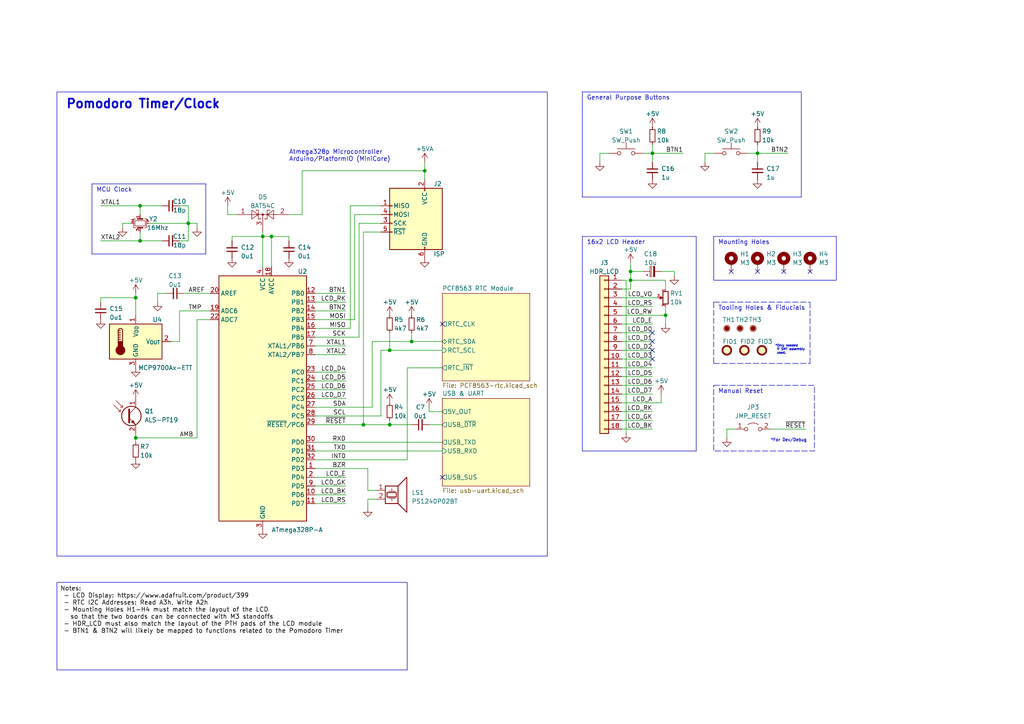
<source format=kicad_sch>
(kicad_sch (version 20230121) (generator eeschema)
  (paper "A4")
  (title_block (title "Pomodoro Timer/Clock - USB and UART") (date "2023-06-29") (rev "0") (company "Microcode.io"))
  (lib_symbols
    (symbol "Connector:AVR-ISP-6" (pin_names (offset 1.016))
      (property "Reference" "J" (at -6.35 11.43 0))
      (property "Value" "AVR-ISP-6" (at 0 11.43 0))
      (symbol "AVR-ISP-6_0_1"
        (rectangle (start -2.667 -6.858) (end -2.413 -7.62))
        (rectangle (start -2.667 10.16) (end -2.413 9.398))
        (rectangle (start 7.62 -2.413) (end 6.858 -2.667))
        (rectangle (start 7.62 0.127) (end 6.858 -0.127))
        (rectangle (start 7.62 2.667) (end 6.858 2.413))
        (rectangle (start 7.62 5.207) (end 6.858 4.953))
        (rectangle (start 7.62 10.16) (end -7.62 -7.62) (stroke (width 0.254)) (fill (type background)))
      )
      (symbol "AVR-ISP-6_1_1"
        (pin passive line (at 10.16 5.08 180) (length 2.54) (name "MISO") (number "1"))
        (pin passive line (at -2.54 12.7 270) (length 2.54) (name "VCC") (number "2"))
        (pin passive line (at 10.16 0 180) (length 2.54) (name "SCK") (number "3"))
        (pin passive line (at 10.16 2.54 180) (length 2.54) (name "MOSI") (number "4"))
        (pin passive line (at 10.16 -2.54 180) (length 2.54) (name "~{RST}") (number "5"))
        (pin passive line (at -2.54 -10.16 90) (length 2.54) (name "GND") (number "6"))
      )
    )
    (symbol "Connector_Generic:Conn_01x18" (pin_names (offset 1.016) hide)
      (property "Reference" "J" (at 0 22.86 0))
      (property "Value" "Conn_01x18" (at 0 -25.4 0))
      (symbol "Conn_01x18_1_1"
        (rectangle (start -1.27 -22.733) (end 0 -22.987) (stroke (width 0.1524)))
        (rectangle (start -1.27 -20.193) (end 0 -20.447) (stroke (width 0.1524)))
        (rectangle (start -1.27 -17.653) (end 0 -17.907) (stroke (width 0.1524)))
        (rectangle (start -1.27 -15.113) (end 0 -15.367) (stroke (width 0.1524)))
        (rectangle (start -1.27 -12.573) (end 0 -12.827) (stroke (width 0.1524)))
        (rectangle (start -1.27 -10.033) (end 0 -10.287) (stroke (width 0.1524)))
        (rectangle (start -1.27 -7.493) (end 0 -7.747) (stroke (width 0.1524)))
        (rectangle (start -1.27 -4.953) (end 0 -5.207) (stroke (width 0.1524)))
        (rectangle (start -1.27 -2.413) (end 0 -2.667) (stroke (width 0.1524)))
        (rectangle (start -1.27 0.127) (end 0 -0.127) (stroke (width 0.1524)))
        (rectangle (start -1.27 2.667) (end 0 2.413) (stroke (width 0.1524)))
        (rectangle (start -1.27 5.207) (end 0 4.953) (stroke (width 0.1524)))
        (rectangle (start -1.27 7.747) (end 0 7.493) (stroke (width 0.1524)))
        (rectangle (start -1.27 10.287) (end 0 10.033) (stroke (width 0.1524)))
        (rectangle (start -1.27 12.827) (end 0 12.573) (stroke (width 0.1524)))
        (rectangle (start -1.27 15.367) (end 0 15.113) (stroke (width 0.1524)))
        (rectangle (start -1.27 17.907) (end 0 17.653) (stroke (width 0.1524)))
        (rectangle (start -1.27 20.447) (end 0 20.193) (stroke (width 0.1524)))
        (rectangle (start -1.27 21.59) (end 1.27 -24.13) (stroke (width 0.254)) (fill (type background)))
        (pin passive line (at -5.08 20.32 0) (length 3.81) (name "Pin_1") (number "1"))
        (pin passive line (at -5.08 -2.54 0) (length 3.81) (name "Pin_10") (number "10"))
        (pin passive line (at -5.08 -5.08 0) (length 3.81) (name "Pin_11") (number "11"))
        (pin passive line (at -5.08 -7.62 0) (length 3.81) (name "Pin_12") (number "12"))
        (pin passive line (at -5.08 -10.16 0) (length 3.81) (name "Pin_13") (number "13"))
        (pin passive line (at -5.08 -12.7 0) (length 3.81) (name "Pin_14") (number "14"))
        (pin passive line (at -5.08 -15.24 0) (length 3.81) (name "Pin_15") (number "15"))
        (pin passive line (at -5.08 -17.78 0) (length 3.81) (name "Pin_16") (number "16"))
        (pin passive line (at -5.08 -20.32 0) (length 3.81) (name "Pin_17") (number "17"))
        (pin passive line (at -5.08 -22.86 0) (length 3.81) (name "Pin_18") (number "18"))
        (pin passive line (at -5.08 17.78 0) (length 3.81) (name "Pin_2") (number "2"))
        (pin passive line (at -5.08 15.24 0) (length 3.81) (name "Pin_3") (number "3"))
        (pin passive line (at -5.08 12.7 0) (length 3.81) (name "Pin_4") (number "4"))
        (pin passive line (at -5.08 10.16 0) (length 3.81) (name "Pin_5") (number "5"))
        (pin passive line (at -5.08 7.62 0) (length 3.81) (name "Pin_6") (number "6"))
        (pin passive line (at -5.08 5.08 0) (length 3.81) (name "Pin_7") (number "7"))
        (pin passive line (at -5.08 2.54 0) (length 3.81) (name "Pin_8") (number "8"))
        (pin passive line (at -5.08 0 0) (length 3.81) (name "Pin_9") (number "9"))
      )
    )
    (symbol "Device:C_Polarized_Small" (pin_numbers hide) (pin_names (offset 0.254) hide)
      (property "Reference" "C" (at 0.254 1.778 0))
      (property "Value" "C_Polarized_Small" (at 0.254 -2.032 0))
      (symbol "C_Polarized_Small_0_1"
        (rectangle (start -1.524 -0.3048) (end 1.524 -0.6858) (fill (type outline)))
        (rectangle (start -1.524 0.6858) (end 1.524 0.3048))
        (polyline (pts (xy -1.27 1.524) (xy -0.762 1.524)))
        (polyline (pts (xy -1.016 1.27) (xy -1.016 1.778)))
      )
      (symbol "C_Polarized_Small_1_1"
        (pin passive line (at 0 2.54 270) (length 1.8542) (name "~") (number "1"))
        (pin passive line (at 0 -2.54 90) (length 1.8542) (name "~") (number "2"))
      )
    )
    (symbol "Device:C_Small" (pin_numbers hide) (pin_names (offset 0.254) hide)
      (property "Reference" "C" (at 0.254 1.778 0))
      (property "Value" "C_Small" (at 0.254 -2.032 0))
      (symbol "C_Small_0_1"
        (polyline (pts (xy -1.524 -0.508) (xy 1.524 -0.508)) (stroke (width 0.3302)))
        (polyline (pts (xy -1.524 0.508) (xy 1.524 0.508)) (stroke (width 0.3048)))
      )
      (symbol "C_Small_1_1"
        (pin passive line (at 0 2.54 270) (length 2.032) (name "~") (number "1"))
        (pin passive line (at 0 -2.54 90) (length 2.032) (name "~") (number "2"))
      )
    )
    (symbol "Device:Crystal_GND24_Small" (pin_names (offset 1.016) hide)
      (property "Reference" "Y" (at 1.27 4.445 0))
      (property "Value" "Crystal_GND24_Small" (at 1.27 2.54 0))
      (symbol "Crystal_GND24_Small_0_1"
        (rectangle (start -0.762 -1.524) (end 0.762 1.524))
        (polyline (pts (xy -1.27 -0.762) (xy -1.27 0.762)) (stroke (width 0.381)))
        (polyline (pts (xy 1.27 -0.762) (xy 1.27 0.762)) (stroke (width 0.381)))
        (polyline (pts (xy -1.27 -1.27) (xy -1.27 -1.905) (xy 1.27 -1.905) (xy 1.27 -1.27)))
        (polyline (pts (xy -1.27 1.27) (xy -1.27 1.905) (xy 1.27 1.905) (xy 1.27 1.27)))
      )
      (symbol "Crystal_GND24_Small_1_1"
        (pin passive line (at -2.54 0 0) (length 1.27) (name "1") (number "1"))
        (pin passive line (at 0 -2.54 90) (length 0.635) (name "2") (number "2"))
        (pin passive line (at 2.54 0 180) (length 1.27) (name "3") (number "3"))
        (pin passive line (at 0 2.54 270) (length 0.635) (name "4") (number "4"))
      )
    )
    (symbol "Device:Q_Photo_NPN" (pin_names (offset 0) hide)
      (property "Reference" "Q" (at 5.08 1.27 0))
      (property "Value" "Q_Photo_NPN" (at 5.08 -1.27 0))
      (symbol "Q_Photo_NPN_0_1"
        (polyline (pts (xy -1.905 1.27) (xy -2.54 1.27)))
        (polyline (pts (xy -1.27 2.54) (xy -1.905 2.54)))
        (polyline (pts (xy 0.635 0.635) (xy 2.54 2.54)))
        (polyline (pts (xy -3.81 3.175) (xy -1.905 1.27) (xy -1.905 1.905)))
        (polyline (pts (xy -3.175 4.445) (xy -1.27 2.54) (xy -1.27 3.175)))
        (polyline (pts (xy 0.635 -0.635) (xy 2.54 -2.54) (xy 2.54 -2.54)))
        (polyline (pts (xy 0.635 1.905) (xy 0.635 -1.905) (xy 0.635 -1.905)) (stroke (width 0.508)))
        (polyline (pts (xy 1.27 -1.778) (xy 1.778 -1.27) (xy 2.286 -2.286) (xy 1.27 -1.778) (xy 1.27 -1.778)) (fill (type outline)))
        (circle (center 1.27 0) (radius 2.8194) (stroke (width 0.254)))
      )
      (symbol "Q_Photo_NPN_1_1"
        (pin passive line (at 2.54 5.08 270) (length 2.54) (name "C") (number "1"))
        (pin passive line (at 2.54 -5.08 90) (length 2.54) (name "E") (number "2"))
      )
    )
    (symbol "Device:R_Potentiometer_Small" (pin_names (offset 1.016) hide)
      (property "Reference" "RV" (at -4.445 0 90))
      (property "Value" "R_Potentiometer_Small" (at -2.54 0 90))
      (symbol "R_Potentiometer_Small_0_1"
        (polyline (pts (xy 0.889 0) (xy 0.635 0) (xy 1.651 0.381) (xy 1.651 -0.381) (xy 0.635 0) (xy 0.889 0)) (fill (type outline)))
        (rectangle (start 0.762 1.8034) (end -0.762 -1.8034) (stroke (width 0.254)))
      )
      (symbol "R_Potentiometer_Small_1_1"
        (pin passive line (at 0 2.54 270) (length 0.635) (name "1") (number "1"))
        (pin passive line (at 2.54 0 180) (length 0.9906) (name "2") (number "2"))
        (pin passive line (at 0 -2.54 90) (length 0.635) (name "3") (number "3"))
      )
    )
    (symbol "Device:R_Small" (pin_numbers hide) (pin_names (offset 0.254) hide)
      (property "Reference" "R" (at 0.762 0.508 0))
      (property "Value" "R_Small" (at 0.762 -1.016 0))
      (symbol "R_Small_0_1"
        (rectangle (start -0.762 1.778) (end 0.762 -1.778) (stroke (width 0.2032)))
      )
      (symbol "R_Small_1_1"
        (pin passive line (at 0 2.54 270) (length 0.762) (name "~") (number "1"))
        (pin passive line (at 0 -2.54 90) (length 0.762) (name "~") (number "2"))
      )
    )
    (symbol "Device:Speaker_Crystal" (pin_names (offset 0) hide)
      (property "Reference" "LS" (at 0.635 5.715 0))
      (property "Value" "Speaker_Crystal" (at 0.635 3.81 0))
      (symbol "Speaker_Crystal_0_0"
        (rectangle (start -2.54 1.27) (end 1.143 -3.81) (stroke (width 0.254)))
        (rectangle (start -2.032 -0.635) (end 0.635 -1.905) (stroke (width 0.254)))
        (polyline (pts (xy -1.651 -2.286) (xy 0.381 -2.286)))
        (polyline (pts (xy -1.651 -0.254) (xy 0.381 -0.254)))
        (polyline (pts (xy -0.635 -2.286) (xy -0.635 -3.048)))
        (polyline (pts (xy -0.635 -0.254) (xy -0.635 0.508)))
        (polyline (pts (xy 1.143 1.27) (xy 3.683 3.81) (xy 3.683 -6.35) (xy 1.143 -3.81)) (stroke (width 0.254)))
      )
      (symbol "Speaker_Crystal_1_1"
        (pin input line (at -5.08 0 0) (length 2.54) (name "1") (number "1"))
        (pin input line (at -5.08 -2.54 0) (length 2.54) (name "2") (number "2"))
      )
    )
    (symbol "Diode:BAT54C" (pin_names (offset 1.016))
      (property "Reference" "D" (at 0.635 -3.81 0))
      (property "Value" "BAT54C" (at -6.35 3.175 0))
      (symbol "BAT54C_0_1"
        (polyline (pts (xy -1.905 0) (xy 1.905 0)))
        (polyline (pts (xy -1.905 1.27) (xy -1.905 1.016)))
        (polyline (pts (xy -1.27 -1.27) (xy -0.635 -1.27)))
        (polyline (pts (xy -1.27 0) (xy -3.81 0)))
        (polyline (pts (xy -1.27 1.27) (xy -1.905 1.27)))
        (polyline (pts (xy -1.27 1.27) (xy -1.27 -1.27)))
        (polyline (pts (xy -0.635 -1.27) (xy -0.635 -1.016)))
        (polyline (pts (xy 0.635 -1.27) (xy 0.635 -1.016)))
        (polyline (pts (xy 1.27 -1.27) (xy 0.635 -1.27)))
        (polyline (pts (xy 1.27 1.27) (xy 1.27 -1.27)))
        (polyline (pts (xy 1.27 1.27) (xy 1.905 1.27)))
        (polyline (pts (xy 1.905 1.27) (xy 1.905 1.016)))
        (polyline (pts (xy 3.81 0) (xy 1.27 0)))
        (polyline (pts (xy -3.175 -1.27) (xy -3.175 1.27) (xy -1.27 0) (xy -3.175 -1.27)))
        (polyline (pts (xy 3.175 -1.27) (xy 3.175 1.27) (xy 1.27 0) (xy 3.175 -1.27)))
        (circle (center 0 0) (radius 0.254) (fill (type outline)))
      )
      (symbol "BAT54C_1_1"
        (pin passive line (at -7.62 0 0) (length 3.81) (name "~") (number "1"))
        (pin passive line (at 7.62 0 180) (length 3.81) (name "~") (number "2"))
        (pin passive line (at 0 -5.08 90) (length 5.08) (name "~") (number "3"))
      )
    )
    (symbol "Jumper:Jumper_2_Open" (pin_names (offset 0) hide)
      (property "Reference" "JP" (at 0 2.794 0))
      (property "Value" "Jumper_2_Open" (at 0 -2.286 0))
      (symbol "Jumper_2_Open_0_0"
        (circle (center -2.032 0) (radius 0.508))
        (circle (center 2.032 0) (radius 0.508))
      )
      (symbol "Jumper_2_Open_0_1"
        (arc (start 1.524 1.27) (mid 0 1.778) (end -1.524 1.27))
      )
      (symbol "Jumper_2_Open_1_1"
        (pin passive line (at -5.08 0 0) (length 2.54) (name "A") (number "1"))
        (pin passive line (at 5.08 0 180) (length 2.54) (name "B") (number "2"))
      )
    )
    (symbol "MCU_Microchip_ATmega:ATmega328P-A"
      (property "Reference" "U" (at -12.7 36.83 0))
      (property "Value" "ATmega328P-A" (at 2.54 -36.83 0))
      (symbol "ATmega328P-A_0_1"
        (rectangle (start -12.7 -35.56) (end 12.7 35.56) (stroke (width 0.254)) (fill (type background)))
      )
      (symbol "ATmega328P-A_1_1"
        (pin bidirectional line (at 15.24 -20.32 180) (length 2.54) (name "PD3") (number "1"))
        (pin bidirectional line (at 15.24 -27.94 180) (length 2.54) (name "PD6") (number "10"))
        (pin bidirectional line (at 15.24 -30.48 180) (length 2.54) (name "PD7") (number "11"))
        (pin bidirectional line (at 15.24 30.48 180) (length 2.54) (name "PB0") (number "12"))
        (pin bidirectional line (at 15.24 27.94 180) (length 2.54) (name "PB1") (number "13"))
        (pin bidirectional line (at 15.24 25.4 180) (length 2.54) (name "PB2") (number "14"))
        (pin bidirectional line (at 15.24 22.86 180) (length 2.54) (name "PB3") (number "15"))
        (pin bidirectional line (at 15.24 20.32 180) (length 2.54) (name "PB4") (number "16"))
        (pin bidirectional line (at 15.24 17.78 180) (length 2.54) (name "PB5") (number "17"))
        (pin power_in line (at 2.54 38.1 270) (length 2.54) (name "AVCC") (number "18"))
        (pin input line (at -15.24 25.4 0) (length 2.54) (name "ADC6") (number "19"))
        (pin bidirectional line (at 15.24 -22.86 180) (length 2.54) (name "PD4") (number "2"))
        (pin passive line (at -15.24 30.48 0) (length 2.54) (name "AREF") (number "20"))
        (pin passive line (at 0 -38.1 90) (length 2.54) hide (name "GND") (number "21"))
        (pin input line (at -15.24 22.86 0) (length 2.54) (name "ADC7") (number "22"))
        (pin bidirectional line (at 15.24 7.62 180) (length 2.54) (name "PC0") (number "23"))
        (pin bidirectional line (at 15.24 5.08 180) (length 2.54) (name "PC1") (number "24"))
        (pin bidirectional line (at 15.24 2.54 180) (length 2.54) (name "PC2") (number "25"))
        (pin bidirectional line (at 15.24 0 180) (length 2.54) (name "PC3") (number "26"))
        (pin bidirectional line (at 15.24 -2.54 180) (length 2.54) (name "PC4") (number "27"))
        (pin bidirectional line (at 15.24 -5.08 180) (length 2.54) (name "PC5") (number "28"))
        (pin bidirectional line (at 15.24 -7.62 180) (length 2.54) (name "~{RESET}/PC6") (number "29"))
        (pin power_in line (at 0 -38.1 90) (length 2.54) (name "GND") (number "3"))
        (pin bidirectional line (at 15.24 -12.7 180) (length 2.54) (name "PD0") (number "30"))
        (pin bidirectional line (at 15.24 -15.24 180) (length 2.54) (name "PD1") (number "31"))
        (pin bidirectional line (at 15.24 -17.78 180) (length 2.54) (name "PD2") (number "32"))
        (pin power_in line (at 0 38.1 270) (length 2.54) (name "VCC") (number "4"))
        (pin passive line (at 0 -38.1 90) (length 2.54) hide (name "GND") (number "5"))
        (pin passive line (at 0 38.1 270) (length 2.54) hide (name "VCC") (number "6"))
        (pin bidirectional line (at 15.24 15.24 180) (length 2.54) (name "XTAL1/PB6") (number "7"))
        (pin bidirectional line (at 15.24 12.7 180) (length 2.54) (name "XTAL2/PB7") (number "8"))
        (pin bidirectional line (at 15.24 -25.4 180) (length 2.54) (name "PD5") (number "9"))
      )
    )
    (symbol "Mechanical:Fiducial"
      (property "Reference" "FID" (at 0 5.08 0))
      (property "Value" "Fiducial" (at 0 3.175 0))
      (symbol "Fiducial_0_1"
        (circle (center 0 0) (radius 1.27) (stroke (width 0.508)) (fill (type background)))
      )
    )
    (symbol "Mechanical:MountingHole_Pad" (pin_numbers hide) (pin_names (offset 1.016) hide)
      (property "Reference" "H" (at 0 6.35 0))
      (property "Value" "MountingHole_Pad" (at 0 4.445 0))
      (symbol "MountingHole_Pad_0_1"
        (circle (center 0 1.27) (radius 1.27) (stroke (width 1.27)))
      )
      (symbol "MountingHole_Pad_1_1"
        (pin input line (at 0 -2.54 90) (length 2.54) (name "1") (number "1"))
      )
    )
    (symbol "Sensor_Temperature:MCP9700Ax-ETT"
      (property "Reference" "U" (at -6.35 6.35 0))
      (property "Value" "MCP9700Ax-ETT" (at 1.27 6.35 0))
      (symbol "MCP9700Ax-ETT_0_1"
        (rectangle (start -7.62 5.08) (end 7.62 -5.08) (stroke (width 0.254)) (fill (type background)))
        (circle (center -4.445 -2.54) (radius 1.27) (stroke (width 0.254)) (fill (type outline)))
        (rectangle (start -3.81 -1.905) (end -5.08 0) (stroke (width 0.254)) (fill (type outline)))
        (arc (start -3.81 3.175) (mid -4.445 3.8073) (end -5.08 3.175) (stroke (width 0.254)))
        (polyline (pts (xy -5.08 0.635) (xy -4.445 0.635)) (stroke (width 0.254)))
        (polyline (pts (xy -5.08 1.27) (xy -4.445 1.27)) (stroke (width 0.254)))
        (polyline (pts (xy -5.08 1.905) (xy -4.445 1.905)) (stroke (width 0.254)))
        (polyline (pts (xy -5.08 2.54) (xy -4.445 2.54)) (stroke (width 0.254)))
        (polyline (pts (xy -5.08 3.175) (xy -5.08 0)) (stroke (width 0.254)))
        (polyline (pts (xy -5.08 3.175) (xy -4.445 3.175)) (stroke (width 0.254)))
        (polyline (pts (xy -3.81 3.175) (xy -3.81 0)) (stroke (width 0.254)))
      )
      (symbol "MCP9700Ax-ETT_1_1"
        (pin power_in line (at 0 7.62 270) (length 2.54) (name "V_{DD}") (number "1"))
        (pin output line (at 10.16 0 180) (length 2.54) (name "V_{OUT}") (number "2"))
        (pin power_in line (at 0 -7.62 90) (length 2.54) (name "GND") (number "3"))
      )
    )
    (symbol "Switch:SW_Push" (pin_numbers hide) (pin_names (offset 1.016) hide)
      (property "Reference" "SW" (at 1.27 2.54 0))
      (property "Value" "SW_Push" (at 0 -1.524 0))
      (symbol "SW_Push_0_1"
        (circle (center -2.032 0) (radius 0.508))
        (polyline (pts (xy 0 1.27) (xy 0 3.048)))
        (polyline (pts (xy 2.54 1.27) (xy -2.54 1.27)))
        (circle (center 2.032 0) (radius 0.508))
        (pin passive line (at -5.08 0 0) (length 2.54) (name "1") (number "1"))
        (pin passive line (at 5.08 0 180) (length 2.54) (name "2") (number "2"))
      )
    )
    (symbol "jlcpcb-parts:Tooling Hole" (in_bom no)
      (property "Reference" "TH" (at 2.54 0 0))
      (property "Value" "ToolingHole" (at 2.54 -2.54 0))
      (symbol "Tooling Hole_1_1"
        (circle (center 0 0) (radius 0.635) (fill (type outline)))
        (circle (center 0 0) (radius 0.898) (fill (type background)))
      )
    )
    (symbol "power:+5V" (power) (pin_names (offset 0))
      (property "Value" "+5V" (at 0 3.556 0))
      (symbol "+5V_0_1"
        (polyline (pts (xy -0.762 1.27) (xy 0 2.54)))
        (polyline (pts (xy 0 0) (xy 0 2.54)))
        (polyline (pts (xy 0 2.54) (xy 0.762 1.27)))
      )
      (symbol "+5V_1_1"
        (pin power_in line (at 0 0 90) (length 0) hide (name "+5V") (number "1"))
      )
    )
    (symbol "power:+5VA" (power) (pin_names (offset 0))
      (property "Value" "+5VA" (at 0 3.556 0))
      (symbol "+5VA_0_1"
        (polyline (pts (xy -0.762 1.27) (xy 0 2.54)))
        (polyline (pts (xy 0 0) (xy 0 2.54)))
        (polyline (pts (xy 0 2.54) (xy 0.762 1.27)))
      )
      (symbol "+5VA_1_1"
        (pin power_in line (at 0 0 90) (length 0) hide (name "+5VA") (number "1"))
      )
    )
    (symbol "power:GND" (power) (pin_names (offset 0))
      (property "Value" "GND" (at 0 -3.81 0))
      (symbol "GND_0_1"
        (polyline (pts (xy 0 0) (xy 0 -1.27) (xy 1.27 -1.27) (xy 0 -2.54) (xy -1.27 -1.27) (xy 0 -1.27)))
      )
      (symbol "GND_1_1"
        (pin power_in line (at 0 0 270) (length 0) hide (name "GND") (number "1"))
      )
    )
  )
  (junction (at 113.03 101.6))
  (junction (at 219.71 44.45))
  (junction (at 39.37 86.36))
  (junction (at 76.2 68.58))
  (junction (at 105.41 123.19))
  (junction (at 39.37 127))
  (junction (at 40.64 69.85))
  (junction (at 193.04 91.44))
  (junction (at 182.88 78.74))
  (junction (at 123.19 49.53))
  (junction (at 182.88 81.28))
  (junction (at 119.38 99.06))
  (junction (at 40.64 59.69))
  (junction (at 189.23 44.45))
  (junction (at 113.03 123.19))
  (junction (at 54.61 64.77))
  (junction (at 78.74 68.58))
  (no_connect (at 128.27 93.98))
  (no_connect (at 212.09 78.74))
  (no_connect (at 189.23 104.14))
  (no_connect (at 234.95 78.74))
  (no_connect (at 189.23 101.6))
  (no_connect (at 189.23 99.06))
  (no_connect (at 189.23 96.52))
  (no_connect (at 227.33 78.74))
  (no_connect (at 128.27 138.43))
  (no_connect (at 219.71 78.74))
  (polyline (pts (xy 232.41 26.67) (xy 168.91 26.67)))
  (wire (pts (xy 128.27 101.6) (xy 113.03 101.6)))
  (wire (pts (xy 45.72 85.09) (xy 45.72 87.63)))
  (wire (pts (xy 180.34 109.22) (xy 189.23 109.22)))
  (wire (pts (xy 76.2 68.58) (xy 78.74 68.58)))
  (wire (pts (xy 52.07 90.17) (xy 60.96 90.17)))
  (wire (pts (xy 113.03 121.92) (xy 113.03 123.19)))
  (wire (pts (xy 91.44 146.05) (xy 100.33 146.05)))
  (wire (pts (xy 67.31 68.58) (xy 67.31 69.85)))
  (wire (pts (xy 54.61 59.69) (xy 54.61 64.77)))
  (wire (pts (xy 180.34 91.44) (xy 193.04 91.44)))
  (wire (pts (xy 83.82 68.58) (xy 83.82 69.85)))
  (wire (pts (xy 189.23 44.45) (xy 189.23 46.99)))
  (polyline (pts (xy 168.91 26.67) (xy 168.91 31.75)))
  (wire (pts (xy 57.15 127) (xy 39.37 127)))
  (polyline (pts (xy 168.91 31.75) (xy 168.91 57.15)))
  (wire (pts (xy 118.11 106.68) (xy 118.11 133.35)))
  (wire (pts (xy 78.74 68.58) (xy 83.82 68.58)))
  (wire (pts (xy 38.1 64.77) (xy 35.56 64.77)))
  (wire (pts (xy 119.38 96.52) (xy 119.38 99.06)))
  (wire (pts (xy 219.71 41.91) (xy 219.71 44.45)))
  (polyline (pts (xy 168.91 68.58) (xy 168.91 130.81)))
  (wire (pts (xy 54.61 64.77) (xy 57.15 64.77)))
  (wire (pts (xy 40.64 67.31) (xy 40.64 69.85)))
  (wire (pts (xy 91.44 130.81) (xy 128.27 130.81)))
  (wire (pts (xy 219.71 44.45) (xy 228.6 44.45)))
  (wire (pts (xy 217.17 44.45) (xy 219.71 44.45)))
  (wire (pts (xy 91.44 143.51) (xy 100.33 143.51)))
  (wire (pts (xy 106.68 142.24) (xy 106.68 135.89)))
  (wire (pts (xy 180.34 96.52) (xy 189.23 96.52)))
  (wire (pts (xy 53.34 85.09) (xy 60.96 85.09)))
  (wire (pts (xy 128.27 106.68) (xy 118.11 106.68)))
  (polyline (pts (xy 234.95 105.41) (xy 234.95 87.63)) (stroke (width 0) (type dash)))
  (wire (pts (xy 180.34 119.38) (xy 189.23 119.38)))
  (wire (pts (xy 102.87 62.23) (xy 102.87 92.71)))
  (wire (pts (xy 91.44 115.57) (xy 100.33 115.57)))
  (wire (pts (xy 57.15 92.71) (xy 57.15 127)))
  (wire (pts (xy 39.37 125.73) (xy 39.37 127)))
  (wire (pts (xy 91.44 118.11) (xy 107.95 118.11)))
  (wire (pts (xy 180.34 99.06) (xy 189.23 99.06)))
  (wire (pts (xy 180.34 86.36) (xy 190.5 86.36)))
  (wire (pts (xy 91.44 100.33) (xy 100.33 100.33)))
  (wire (pts (xy 204.47 46.99) (xy 204.47 44.45)))
  (wire (pts (xy 109.22 144.78) (xy 106.68 144.78)))
  (wire (pts (xy 60.96 92.71) (xy 57.15 92.71)))
  (wire (pts (xy 76.2 68.58) (xy 67.31 68.58)))
  (polyline (pts (xy 201.93 130.81) (xy 201.93 68.58)))
  (wire (pts (xy 78.74 77.47) (xy 78.74 68.58)))
  (wire (pts (xy 180.34 116.84) (xy 191.77 116.84)))
  (wire (pts (xy 76.2 77.47) (xy 76.2 68.58)))
  (wire (pts (xy 173.99 44.45) (xy 176.53 44.45)))
  (wire (pts (xy 182.88 78.74) (xy 186.69 78.74)))
  (wire (pts (xy 182.88 78.74) (xy 182.88 81.28)))
  (wire (pts (xy 189.23 41.91) (xy 189.23 44.45)))
  (wire (pts (xy 66.04 59.69) (xy 66.04 62.23)))
  (polyline (pts (xy 168.91 130.81) (xy 201.93 130.81)))
  (wire (pts (xy 195.58 80.01) (xy 195.58 78.74)))
  (wire (pts (xy 52.07 59.69) (xy 54.61 59.69)))
  (wire (pts (xy 180.34 104.14) (xy 189.23 104.14)))
  (wire (pts (xy 110.49 59.69) (xy 101.6 59.69)))
  (wire (pts (xy 180.34 101.6) (xy 189.23 101.6)))
  (wire (pts (xy 110.49 64.77) (xy 104.14 64.77)))
  (wire (pts (xy 35.56 64.77) (xy 35.56 66.04)))
  (wire (pts (xy 105.41 67.31) (xy 105.41 123.19)))
  (wire (pts (xy 123.19 49.53) (xy 123.19 52.07)))
  (wire (pts (xy 110.49 67.31) (xy 105.41 67.31)))
  (wire (pts (xy 128.27 99.06) (xy 119.38 99.06)))
  (wire (pts (xy 104.14 64.77) (xy 104.14 97.79)))
  (wire (pts (xy 87.63 62.23) (xy 87.63 49.53)))
  (wire (pts (xy 110.49 62.23) (xy 102.87 62.23)))
  (wire (pts (xy 54.61 64.77) (xy 54.61 69.85)))
  (wire (pts (xy 128.27 119.38) (xy 124.46 119.38)))
  (wire (pts (xy 180.34 88.9) (xy 189.23 88.9)))
  (polyline (pts (xy 242.57 68.58) (xy 207.01 68.58)))
  (wire (pts (xy 119.38 99.06) (xy 107.95 99.06)))
  (wire (pts (xy 29.21 87.63) (xy 29.21 86.36)))
  (wire (pts (xy 91.44 97.79) (xy 104.14 97.79)))
  (wire (pts (xy 180.34 93.98) (xy 189.23 93.98)))
  (wire (pts (xy 180.34 106.68) (xy 189.23 106.68)))
  (wire (pts (xy 113.03 123.19) (xy 119.38 123.19)))
  (polyline (pts (xy 26.67 73.66) (xy 59.69 73.66)))
  (wire (pts (xy 91.44 128.27) (xy 128.27 128.27)))
  (wire (pts (xy 49.53 99.06) (xy 52.07 99.06)))
  (wire (pts (xy 107.95 99.06) (xy 107.95 118.11)))
  (wire (pts (xy 105.41 123.19) (xy 113.03 123.19)))
  (wire (pts (xy 193.04 83.82) (xy 193.04 81.28)))
  (wire (pts (xy 40.64 59.69) (xy 46.99 59.69)))
  (wire (pts (xy 109.22 142.24) (xy 106.68 142.24)))
  (wire (pts (xy 83.82 62.23) (xy 87.63 62.23)))
  (wire (pts (xy 193.04 93.98) (xy 193.04 91.44)))
  (wire (pts (xy 219.71 44.45) (xy 219.71 46.99)))
  (wire (pts (xy 91.44 92.71) (xy 102.87 92.71)))
  (wire (pts (xy 91.44 110.49) (xy 100.33 110.49)))
  (wire (pts (xy 39.37 86.36) (xy 39.37 91.44)))
  (wire (pts (xy 91.44 113.03) (xy 100.33 113.03)))
  (polyline (pts (xy 242.57 81.28) (xy 242.57 68.58)))
  (polyline (pts (xy 207.01 87.63) (xy 234.95 87.63)) (stroke (width 0) (type dash)))
  (wire (pts (xy 106.68 144.78) (xy 106.68 147.32)))
  (wire (pts (xy 57.15 64.77) (xy 57.15 66.04)))
  (wire (pts (xy 186.69 44.45) (xy 189.23 44.45)))
  (wire (pts (xy 91.44 90.17) (xy 100.33 90.17)))
  (wire (pts (xy 180.34 81.28) (xy 181.61 81.28)))
  (wire (pts (xy 39.37 127) (xy 39.37 128.27)))
  (wire (pts (xy 91.44 120.65) (xy 110.49 120.65)))
  (wire (pts (xy 193.04 81.28) (xy 182.88 81.28)))
  (wire (pts (xy 40.64 69.85) (xy 46.99 69.85)))
  (wire (pts (xy 87.63 49.53) (xy 123.19 49.53)))
  (wire (pts (xy 91.44 140.97) (xy 100.33 140.97)))
  (wire (pts (xy 173.99 46.99) (xy 173.99 44.45)))
  (wire (pts (xy 91.44 138.43) (xy 100.33 138.43)))
  (wire (pts (xy 213.36 124.46) (xy 210.82 124.46)))
  (wire (pts (xy 124.46 123.19) (xy 128.27 123.19)))
  (wire (pts (xy 91.44 123.19) (xy 105.41 123.19)))
  (wire (pts (xy 223.52 124.46) (xy 233.68 124.46)))
  (wire (pts (xy 29.21 86.36) (xy 39.37 86.36)))
  (wire (pts (xy 180.34 121.92) (xy 189.23 121.92)))
  (wire (pts (xy 91.44 95.25) (xy 101.6 95.25)))
  (wire (pts (xy 180.34 124.46) (xy 189.23 124.46)))
  (polyline (pts (xy 26.67 73.66) (xy 26.67 53.34)))
  (wire (pts (xy 195.58 78.74) (xy 191.77 78.74)))
  (wire (pts (xy 91.44 87.63) (xy 100.33 87.63)))
  (wire (pts (xy 181.61 81.28) (xy 181.61 125.73)))
  (wire (pts (xy 101.6 59.69) (xy 101.6 95.25)))
  (wire (pts (xy 123.19 46.99) (xy 123.19 49.53)))
  (wire (pts (xy 180.34 114.3) (xy 189.23 114.3)))
  (wire (pts (xy 91.44 133.35) (xy 118.11 133.35)))
  (wire (pts (xy 113.03 101.6) (xy 110.49 101.6)))
  (wire (pts (xy 210.82 124.46) (xy 210.82 127)))
  (wire (pts (xy 189.23 44.45) (xy 198.12 44.45)))
  (wire (pts (xy 182.88 76.2) (xy 182.88 78.74)))
  (polyline (pts (xy 26.67 53.34) (xy 59.69 53.34)))
  (polyline (pts (xy 201.93 68.58) (xy 168.91 68.58)))
  (polyline (pts (xy 207.01 105.41) (xy 234.95 105.41)) (stroke (width 0) (type dash)))
  (polyline (pts (xy 207.01 81.28) (xy 242.57 81.28)))
  (wire (pts (xy 29.21 59.69) (xy 40.64 59.69)))
  (wire (pts (xy 91.44 107.95) (xy 100.33 107.95)))
  (wire (pts (xy 66.04 62.23) (xy 68.58 62.23)))
  (wire (pts (xy 180.34 83.82) (xy 182.88 83.82)))
  (wire (pts (xy 124.46 118.11) (xy 124.46 119.38)))
  (polyline (pts (xy 168.91 57.15) (xy 232.41 57.15)))
  (polyline (pts (xy 232.41 57.15) (xy 232.41 26.67)))
  (wire (pts (xy 193.04 88.9) (xy 193.04 91.44)))
  (wire (pts (xy 48.26 85.09) (xy 45.72 85.09)))
  (wire (pts (xy 204.47 44.45) (xy 207.01 44.45)))
  (wire (pts (xy 91.44 85.09) (xy 100.33 85.09)))
  (wire (pts (xy 91.44 102.87) (xy 100.33 102.87)))
  (polyline (pts (xy 207.01 68.58) (xy 207.01 81.28)))
  (wire (pts (xy 43.18 64.77) (xy 54.61 64.77)))
  (wire (pts (xy 180.34 111.76) (xy 189.23 111.76)))
  (polyline (pts (xy 207.01 87.63) (xy 207.01 105.41)) (stroke (width 0) (type dash)))
  (wire (pts (xy 91.44 135.89) (xy 106.68 135.89)))
  (wire (pts (xy 113.03 96.52) (xy 113.03 101.6)))
  (wire (pts (xy 39.37 86.36) (xy 39.37 85.09)))
  (wire (pts (xy 29.21 69.85) (xy 40.64 69.85)))
  (wire (pts (xy 110.49 101.6) (xy 110.49 120.65)))
  (wire (pts (xy 40.64 62.23) (xy 40.64 59.69)))
  (wire (pts (xy 191.77 114.3) (xy 191.77 116.84)))
  (polyline (pts (xy 59.69 53.34) (xy 59.69 73.66)))
  (wire (pts (xy 76.2 67.31) (xy 76.2 68.58)))
  (wire (pts (xy 52.07 99.06) (xy 52.07 90.17)))
  (wire (pts (xy 182.88 81.28) (xy 182.88 83.82)))
  (wire (pts (xy 52.07 69.85) (xy 54.61 69.85)))
  (rectangle (start 16.51 26.67) (end 158.75 161.29))
  (rectangle (start 207.01 111.76) (end 236.22 130.81) (stroke (width 0) (type dash)))
  (text_box "Notes:\n - LCD Display: https://www.adafruit.com/product/399\n - RTC I2C Addresses: Read A3h, Write A2h\n - Mounting Holes H1-H4 must match the layout of the LCD\n   so that the two boards can be connected with M3 standoffs\n - HDR_LCD must also match the layout of the PTH pads of the LCD module\n - BTN1 & BTN2 will likely be mapped to functions related to the Pomodoro Timer" (at 16.51 168.91 0) (size 101.6 25.4) (effects (font (size 1.27 1.27)) (justify left top)))
  (text "16x2 LCD Header" (at 170.18 71.12 0) (effects (font (size 1.27 1.27)) (justify left bottom)))
  (text "MCU Clock" (at 27.94 55.88 0) (effects (font (size 1.27 1.27)) (justify left bottom)))
  (text "Manual Reset" (at 208.28 114.3 0) (effects (font (size 1.27 1.27)) (justify left bottom)))
  (text "Mounting Holes" (at 208.28 71.12 0) (effects (font (size 1.27 1.27)) (justify left bottom)))
  (text "*Only needed\n if SMT assembly\n used." (at 224.79 102.87 0) (effects (font (size 0.65 0.65)) (justify left bottom)))
  (text "*For Dev/Debug" (at 223.52 128.27 0) (effects (font (size 0.85 0.85)) (justify left bottom)))
  (text "General Purpose Buttons" (at 170.18 29.21 0) (effects (font (size 1.27 1.27)) (justify left bottom)))
  (text "Tooling Holes & Fiducials" (at 208.28 90.17 0) (effects (font (size 1.27 1.27)) (justify left bottom)))
  (text "Atmega328p Microcontroller\nArduino/PlatformIO (MiniCore)" (at 83.82 46.99 0) (effects (font (size 1.27 1.27)) (justify left bottom)))
  (text "Pomodoro Timer/Clock" (at 19.05 31.75 0) (effects (font (size 2.54 2.54) (thickness 0.508) bold) (justify left bottom)))
  (label "LCD_D7" (at 100.33 115.57 180))
  (label "TXD" (at 100.33 130.81 180))
  (label "BTN2" (at 100.33 90.17 180))
  (label "XTAL2" (at 29.21 69.85 0))
  (label "BTN1" (at 198.12 44.45 180))
  (label "SDA" (at 100.33 118.11 180))
  (label "LCD_D0" (at 189.23 96.52 180))
  (label "LCD_RS" (at 100.33 146.05 180))
  (label "MOSI" (at 100.33 92.71 180))
  (label "LCD_D5" (at 189.23 109.22 180))
  (label "BTN1" (at 100.33 85.09 180))
  (label "XTAL2" (at 100.33 102.87 180))
  (label "BTN2" (at 228.6 44.45 180))
  (label "LCD_D7" (at 189.23 114.3 180))
  (label "RXD" (at 100.33 128.27 180))
  (label "LCD_RS" (at 189.23 88.9 180))
  (label "LCD_D4" (at 189.23 106.68 180))
  (label "SCL" (at 100.33 120.65 180))
  (label "LCD_BK" (at 189.23 124.46 180))
  (label "AMB" (at 52.07 127 0))
  (label "LCD_D1" (at 189.23 99.06 180))
  (label "LCD_RW" (at 189.23 91.44 180))
  (label "INT0" (at 100.33 133.35 180))
  (label "LCD_D3" (at 189.23 104.14 180))
  (label "SCK" (at 100.33 97.79 180))
  (label "LCD_BK" (at 100.33 143.51 180))
  (label "MISO" (at 100.33 95.25 180))
  (label "~{RESET}" (at 233.68 124.46 180))
  (label "LCD_VO" (at 189.23 86.36 180))
  (label "LCD_RK" (at 189.23 119.38 180))
  (label "LCD_GK" (at 100.33 140.97 180))
  (label "LCD_D5" (at 100.33 110.49 180))
  (label "~{RESET}" (at 100.33 123.19 180))
  (label "LCD_E" (at 100.33 138.43 180))
  (label "LCD_D6" (at 100.33 113.03 180))
  (label "LCD_D6" (at 189.23 111.76 180))
  (label "BZR" (at 100.33 135.89 180))
  (label "TMP" (at 54.61 90.17 0))
  (label "LCD_D4" (at 100.33 107.95 180))
  (label "LCD_GK" (at 189.23 121.92 180))
  (label "XTAL1" (at 29.21 59.69 0))
  (label "LCD_A" (at 189.23 116.84 180))
  (label "LCD_RK" (at 100.33 87.63 180))
  (label "LCD_E" (at 189.23 93.98 180))
  (label "AREF" (at 54.61 85.09 0))
  (label "LCD_D2" (at 189.23 101.6 180))
  (label "XTAL1" (at 100.33 100.33 180))
  (symbol (lib_id "Device:C_Small") (at 29.21 90.17 180) (unit 1)
    (property "Reference" "C15" (at 31.75 89.5286 0) (effects (justify right)))
    (property "Value" "0u1" (at 31.75 92.0686 0) (effects (justify right)))
    (property "Footprint" "Capacitor_SMD:C_0402_1005Metric" (effects hide))
    (property "Sim.Enable" "0" (effects hide))
  )
  (symbol (lib_id "Connector:AVR-ISP-6") (at 120.65 64.77 0) (mirror y) (unit 1) (in_bom no)
    (property "Reference" "J2" (at 125.73 53.34 0) (effects (justify right)))
    (property "Value" "ISP" (at 125.73 73.66 0) (effects (justify right)))
    (property "Footprint" "Connector_PinHeader_2.54mm:PinHeader_2x03_P2.54mm_Vertical" (effects hide))
    (property "Datasheet" " ~" (effects hide))
    (property "Sim.Enable" "0" (effects hide))
  )
  (symbol (lib_id "Device:C_Small") (at 49.53 59.69 90) (unit 1)
    (property "Reference" "C10" (at 52.07 58.42 90))
    (property "Value" "18p" (at 52.07 60.96 90))
    (property "Footprint" "Capacitor_SMD:C_0402_1005Metric" (effects hide))
    (property "Datasheet" "https://datasheet.lcsc.com/lcsc/1811141814_FH--Guangdong-Fenghua-Advanced-Tech-0402CG180J500NT_C1549.pdf" (effects hide))
    (property "Mfr" "FH (Guangdong Fenghua Advanced Tech)" (effects hide))
    (property "Mfr Part" "0402CG180J500NT" (effects hide))
    (property "JLCPCB Part" "C1549" (effects hide))
    (property "Sim.Enable" "0" (effects hide))
  )
  (symbol (lib_id "power:GND") (at 67.31 74.93 0) (unit 1)
    (property "Reference" "#PWR028" (effects hide))
    (property "Value" "GND" (effects hide))
  )
  (symbol (lib_id "Device:Q_Photo_NPN") (at 36.83 120.65 0) (unit 1)
    (property "Reference" "Q1" (at 41.91 119.2657 0) (effects (justify left)))
    (property "Value" "ALS-PT19" (at 41.91 121.8057 0) (effects (justify left)))
    (property "Footprint" "Diode_SMD:D_0603_1608Metric" (effects hide))
    (property "Datasheet" "https://datasheet.lcsc.com/lcsc/1806131537_Everlight-Elec-ALS-PT19-315C-L177-TR8_C146233.pdf" (effects hide))
    (property "Mfr" "Everlight Elec" (effects hide))
    (property "Mfr Part" "ALS-PT19-315C/L177/TR8" (effects hide))
    (property "JLCPCB Part" "C146233" (effects hide))
    (property "Sim.Enable" "0" (effects hide))
  )
  (symbol (lib_id "power:GND") (at 57.15 66.04 0) (unit 1)
    (property "Reference" "#PWR025" (effects hide))
    (property "Value" "GND" (effects hide))
  )
  (symbol (lib_id "power:GND") (at 39.37 106.68 0) (unit 1)
    (property "Reference" "#PWR042" (effects hide))
    (property "Value" "GND" (effects hide))
  )
  (symbol (lib_id "power:GND") (at 45.72 87.63 0) (unit 1)
    (property "Reference" "#PWR030" (effects hide))
    (property "Value" "GND" (effects hide))
  )
  (symbol (lib_id "power:+5V") (at 66.04 59.69 0) (unit 1)
    (property "Reference" "#PWR031" (effects hide))
    (property "Value" "+5V" (at 66.04 55.88 0))
  )
  (symbol (lib_id "Switch:SW_Push") (at 212.09 44.45 0) (unit 1)
    (property "Reference" "SW2" (at 212.09 38.1 0))
    (property "Value" "SW_Push" (at 212.09 40.64 0))
    (property "Footprint" "Button_Switch_THT:SW_Tactile_SPST_Angled_PTS645Vx58-2LFS" (effects hide))
    (property "Sim.Enable" "0" (effects hide))
  )
  (symbol (lib_id "power:GND") (at 35.56 66.04 0) (unit 1)
    (property "Reference" "#PWR026" (effects hide))
    (property "Value" "GND" (effects hide))
  )
  (symbol (lib_id "power:GND") (at 173.99 46.99 0) (unit 1)
    (property "Reference" "#PWR046" (effects hide))
    (property "Value" "GND" (effects hide))
  )
  (symbol (lib_id "power:+5V") (at 113.03 116.84 0) (unit 1)
    (property "Reference" "#PWR018" (effects hide))
    (property "Value" "+5V" (at 113.03 113.03 0))
  )
  (symbol (lib_id "power:+5V") (at 124.46 118.11 0) (unit 1)
    (property "Reference" "#PWR017" (effects hide))
    (property "Value" "+5V" (at 124.46 114.3 0))
  )
  (symbol (lib_id "Device:R_Small") (at 113.03 93.98 0) (unit 1)
    (property "Reference" "R5" (at 114.3 92.71 0) (effects (justify left)))
    (property "Value" "4k7" (at 114.3 95.25 0) (effects (justify left)))
    (property "Sim.Enable" "0" (effects hide))
  )
  (symbol (lib_id "power:GND") (at 193.04 93.98 0) (unit 1)
    (property "Reference" "#PWR038" (effects hide))
    (property "Value" "GND" (effects hide))
  )
  (symbol (lib_id "power:GND") (at 195.58 80.01 0) (unit 1)
    (property "Reference" "#PWR052" (effects hide))
    (property "Value" "GND" (effects hide))
  )
  (symbol (lib_id "Mechanical:Fiducial") (at 215.9 101.6 0) (unit 1) (in_bom no)
    (property "Reference" "FID2" (at 214.63 99.06 0) (effects (justify left)))
    (property "Value" "Fiducial" (effects hide))
    (property "Footprint" "Fiducial:Fiducial_1mm_Mask2mm" (effects hide))
    (property "Sim.Enable" "0" (effects hide))
  )
  (symbol (lib_id "Device:C_Small") (at 83.82 72.39 180) (unit 1)
    (property "Reference" "C14" (at 86.36 71.7486 0) (effects (justify right)))
    (property "Value" "0u1" (at 86.36 74.2886 0) (effects (justify right)))
    (property "Footprint" "Capacitor_SMD:C_0402_1005Metric" (effects hide))
    (property "Sim.Enable" "0" (effects hide))
  )
  (symbol (lib_id "power:+5VA") (at 123.19 46.99 0) (unit 1)
    (property "Reference" "#PWR035" (effects hide))
    (property "Value" "+5VA" (at 123.19 43.18 0))
  )
  (symbol (lib_id "Mechanical:MountingHole_Pad") (at 227.33 76.2 0) (unit 1) (in_bom no)
    (property "Reference" "H3" (at 229.87 73.66 0) (effects (justify left)))
    (property "Value" "M3" (at 229.87 76.2 0) (effects (justify left)))
    (property "Footprint" "MountingHole:MountingHole_3.2mm_M3_Pad" (effects hide))
    (property "Sim.Enable" "0" (effects hide))
  )
  (symbol (lib_id "power:GND") (at 39.37 133.35 0) (unit 1)
    (property "Reference" "#PWR044" (effects hide))
    (property "Value" "GND" (effects hide))
  )
  (symbol (lib_id "Device:Crystal_GND24_Small") (at 40.64 64.77 270) (unit 1)
    (property "Reference" "Y2" (at 44.45 63.5 90))
    (property "Value" "16Mhz" (at 45.72 66.04 90))
    (property "Footprint" "Crystal:Crystal_SMD_3225-4Pin_3.2x2.5mm" (effects hide))
    (property "Datasheet" "https://datasheet.lcsc.com/lcsc/2304140030_Yangxing-Tech-X322516MLB4SI_C13738.pdf" (effects hide))
    (property "Mfr" "Yangxing Tech" (effects hide))
    (property "Mfr Part" "X322516MLB4SI" (effects hide))
    (property "JLCPCB Part" "C13738" (effects hide))
    (property "Sim.Enable" "0" (effects hide))
  )
  (symbol (lib_id "MCU_Microchip_ATmega:ATmega328P-A") (at 76.2 115.57 0) (unit 1)
    (property "Reference" "U2" (at 86.36 78.74 0) (effects (justify left)))
    (property "Value" "ATmega328P-A" (at 78.74 153.67 0) (effects (justify left)))
    (property "Footprint" "Package_QFP:TQFP-32_7x7mm_P0.8mm" (effects hide))
    (property "Datasheet" "http://ww1.microchip.com/downloads/en/DeviceDoc/ATmega328_P%20AVR%20MCU%20with%20picoPower%20Technology%20Data%20Sheet%2040001984A.pdf" (effects hide))
    (property "Sim.Enable" "0" (effects hide))
  )
  (symbol (lib_id "Connector_Generic:Conn_01x18") (at 175.26 101.6 0) (mirror y) (unit 1)
    (property "Reference" "J3" (at 175.26 76.2 0))
    (property "Value" "HDR_LCD" (at 175.26 78.74 0))
    (property "Footprint" "Connector_PinSocket_2.54mm:PinSocket_1x18_P2.54mm_Vertical" (effects hide))
    (property "Sim.Enable" "0" (effects hide))
  )
  (symbol (lib_id "Jumper:Jumper_2_Open") (at 218.44 124.46 0) (unit 1) (in_bom no)
    (property "Reference" "JP3" (at 218.44 118.11 0))
    (property "Value" "JMP_RESET" (at 218.44 120.65 0))
    (property "Footprint" "Connector_PinHeader_2.54mm:PinHeader_1x02_P2.54mm_Vertical" (effects hide))
    (property "Sim.Enable" "0" (effects hide))
  )
  (symbol (lib_id "Sensor_Temperature:MCP9700Ax-ETT") (at 39.37 99.06 0) (unit 1)
    (property "Reference" "U4" (at 46.99 92.71 0) (effects (justify right)))
    (property "Value" "MCP9700Ax-ETT" (at 55.88 106.68 0) (effects (justify right)))
    (property "Footprint" "Package_TO_SOT_SMD:SOT-23" (effects hide))
    (property "Datasheet" "http://ww1.microchip.com/downloads/en/devicedoc/20001942g.pdf" (effects hide))
    (property "Mfr" "Microchip Tech" (effects hide))
    (property "Mfr Part" "MCP9700AT-E/TT" (effects hide))
    (property "JLCPCB Part" "C127949" (effects hide))
    (property "Sim.Enable" "0" (effects hide))
  )
  (symbol (lib_id "power:+5V") (at 191.77 114.3 0) (unit 1)
    (property "Reference" "#PWR037" (effects hide))
    (property "Value" "+5V" (at 191.77 110.49 0))
  )
  (symbol (lib_id "Switch:SW_Push") (at 181.61 44.45 0) (unit 1)
    (property "Reference" "SW1" (at 181.61 38.1 0))
    (property "Value" "SW_Push" (at 181.61 40.64 0))
    (property "Footprint" "Button_Switch_THT:SW_Tactile_SPST_Angled_PTS645Vx58-2LFS" (effects hide))
    (property "Sim.Enable" "0" (effects hide))
  )
  (symbol (lib_id "Mechanical:Fiducial") (at 210.82 101.6 0) (unit 1) (in_bom no)
    (property "Reference" "FID1" (at 209.55 99.06 0) (effects (justify left)))
    (property "Value" "Fiducial" (effects hide))
    (property "Footprint" "Fiducial:Fiducial_1mm_Mask2mm" (effects hide))
    (property "Sim.Enable" "0" (effects hide))
  )
  (symbol (lib_id "power:GND") (at 106.68 147.32 0) (unit 1)
    (property "Reference" "#PWR045" (effects hide))
    (property "Value" "GND" (effects hide))
  )
  (symbol (lib_id "Device:C_Small") (at 67.31 72.39 180) (unit 1)
    (property "Reference" "C12" (at 69.85 71.7486 0) (effects (justify right)))
    (property "Value" "0u1" (at 69.85 74.2886 0) (effects (justify right)))
    (property "Footprint" "Capacitor_SMD:C_0402_1005Metric" (effects hide))
    (property "Sim.Enable" "0" (effects hide))
  )
  (symbol (lib_id "jlcpcb-parts:Tooling Hole") (at 214.63 95.25 0) (unit 1) (in_bom no)
    (property "Reference" "TH2" (at 213.36 92.71 0) (effects (justify left)))
    (property "Value" "ToolingHole" (effects hide))
    (property "Footprint" "jlcpcb:JLCPCB_SMT_ToolingHole" (effects hide))
    (property "Sim.Enable" "0" (effects hide))
  )
  (symbol (lib_id "Device:C_Polarized_Small") (at 189.23 78.74 90) (unit 1)
    (property "Reference" "C18" (at 188.6839 73.66 90))
    (property "Value" "10u" (at 188.6839 76.2 90))
    (property "Footprint" "Capacitor_Tantalum_SMD:CP_EIA-3216-18_Kemet-A" (effects hide))
    (property "Sim.Enable" "0" (effects hide))
  )
  (symbol (lib_id "Device:R_Small") (at 189.23 39.37 0) (unit 1)
    (property "Reference" "R8" (at 190.5 38.1 0) (effects (justify left)))
    (property "Value" "10k" (at 190.5 40.64 0) (effects (justify left)))
    (property "Footprint" "Resistor_SMD:R_0402_1005Metric" (effects hide))
    (property "Sim.Enable" "0" (effects hide))
  )
  (symbol (lib_id "power:+5V") (at 119.38 91.44 0) (unit 1)
    (property "Reference" "#PWR033" (effects hide))
    (property "Value" "+5V" (at 119.38 87.63 0))
  )
  (symbol (lib_id "Device:R_Potentiometer_Small") (at 193.04 86.36 0) (mirror y) (unit 1)
    (property "Reference" "RV1" (at 194.31 85.09 0) (effects (justify right)))
    (property "Value" "10k" (at 194.31 87.63 0) (effects (justify right)))
    (property "Footprint" "Potentiometer_SMD:Potentiometer_Bourns_TC33X_Vertical" (effects hide))
    (property "Datasheet" "https://datasheet.lcsc.com/lcsc/2008271404_BOURNS-TC33X-2-103E_C719176.pdf" (effects hide))
    (property "Mfr" "Bourns" (effects hide))
    (property "Mfr Part" "TC33X-2-103E" (effects hide))
    (property "JLCPCB Part" "C719176" (effects hide))
    (property "Sim.Enable" "0" (effects hide))
  )
  (symbol (lib_id "power:GND") (at 29.21 92.71 0) (unit 1)
    (property "Reference" "#PWR040" (effects hide))
    (property "Value" "GND" (effects hide))
  )
  (symbol (lib_id "Device:R_Small") (at 113.03 119.38 0) (unit 1)
    (property "Reference" "R4" (at 114.3 118.11 0) (effects (justify left)))
    (property "Value" "10k" (at 114.3 120.65 0) (effects (justify left)))
    (property "Footprint" "Resistor_SMD:R_0402_1005Metric" (effects hide))
    (property "Sim.Enable" "0" (effects hide))
  )
  (symbol (lib_id "power:GND") (at 123.19 74.93 0) (unit 1)
    (property "Reference" "#PWR034" (effects hide))
    (property "Value" "GND" (effects hide))
  )
  (symbol (lib_id "Device:C_Small") (at 50.8 85.09 270) (unit 1)
    (property "Reference" "C13" (at 50.7936 80.01 90))
    (property "Value" "0u1" (at 50.7936 82.55 90))
    (property "Footprint" "Capacitor_SMD:C_0402_1005Metric" (effects hide))
    (property "Sim.Enable" "0" (effects hide))
  )
  (symbol (lib_id "power:GND") (at 83.82 74.93 0) (unit 1)
    (property "Reference" "#PWR029" (effects hide))
    (property "Value" "GND" (effects hide))
  )
  (symbol (lib_id "Device:Speaker_Crystal") (at 114.3 142.24 0) (unit 1)
    (property "Reference" "LS1" (at 119.38 142.875 0) (effects (justify left)))
    (property "Value" "PS1240P02BT" (at 119.38 145.415 0) (effects (justify left)))
    (property "Footprint" "jlcpcb:PS1240P02BT" (effects hide))
    (property "Datasheet" "https://product.tdk.com/system/files/dam/doc/product/sw_piezo/sw_piezo/piezo-buzzer/catalog/piezoelectronic_buzzer_ps_en.pdf" (effects hide))
    (property "Mfr" "TDK" (effects hide))
    (property "Mfr Part" "PS1240P02BT" (effects hide))
    (property "Mouser Part" "810-PS1240P02BT" (effects hide))
    (property "Sim.Enable" "0" (effects hide))
  )
  (symbol (lib_id "power:+5V") (at 219.71 36.83 0) (unit 1)
    (property "Reference" "#PWR049" (effects hide))
    (property "Value" "+5V" (at 219.71 33.02 0))
  )
  (symbol (lib_id "Device:C_Small") (at 121.92 123.19 90) (unit 1)
    (property "Reference" "C7" (at 121.9263 118.11 90))
    (property "Value" "0u1" (at 121.9263 120.65 90))
    (property "Footprint" "Capacitor_SMD:C_0402_1005Metric" (effects hide))
    (property "Sim.Enable" "0" (effects hide))
  )
  (symbol (lib_id "Mechanical:MountingHole_Pad") (at 212.09 76.2 0) (unit 1) (in_bom no)
    (property "Reference" "H1" (at 214.63 73.66 0) (effects (justify left)))
    (property "Value" "M3" (at 214.63 76.2 0) (effects (justify left)))
    (property "Footprint" "MountingHole:MountingHole_3.2mm_M3_Pad" (effects hide))
    (property "Sim.Enable" "0" (effects hide))
  )
  (symbol (lib_id "power:GND") (at 76.2 153.67 0) (unit 1)
    (property "Reference" "#PWR027" (effects hide))
    (property "Value" "GND" (effects hide))
  )
  (symbol (lib_id "power:+5V") (at 113.03 91.44 0) (unit 1)
    (property "Reference" "#PWR032" (effects hide))
    (property "Value" "+5V" (at 113.03 87.63 0))
  )
  (symbol (lib_id "Device:R_Small") (at 39.37 130.81 0) (unit 1)
    (property "Reference" "R7" (at 40.64 129.54 0) (effects (justify left)))
    (property "Value" "10k" (at 40.64 132.08 0) (effects (justify left)))
    (property "Footprint" "Resistor_SMD:R_0402_1005Metric" (effects hide))
    (property "Sim.Enable" "0" (effects hide))
  )
  (symbol (lib_id "Device:R_Small") (at 219.71 39.37 0) (unit 1)
    (property "Reference" "R9" (at 220.98 38.1 0) (effects (justify left)))
    (property "Value" "10k" (at 220.98 40.64 0) (effects (justify left)))
    (property "Footprint" "Resistor_SMD:R_0402_1005Metric" (effects hide))
    (property "Sim.Enable" "0" (effects hide))
  )
  (symbol (lib_id "Device:C_Small") (at 49.53 69.85 90) (unit 1)
    (property "Reference" "C11" (at 52.07 68.58 90))
    (property "Value" "18p" (at 52.07 71.12 90))
    (property "Footprint" "Capacitor_SMD:C_0402_1005Metric" (effects hide))
    (property "Datasheet" "https://datasheet.lcsc.com/lcsc/1811141814_FH--Guangdong-Fenghua-Advanced-Tech-0402CG180J500NT_C1549.pdf" (effects hide))
    (property "Mfr" "FH (Guangdong Fenghua Advanced Tech)" (effects hide))
    (property "Mfr Part" "0402CG180J500NT" (effects hide))
    (property "JLCPCB Part" "C1549" (effects hide))
    (property "Sim.Enable" "0" (effects hide))
  )
  (symbol (lib_id "power:GND") (at 181.61 125.73 0) (unit 1)
    (property "Reference" "#PWR039" (effects hide))
    (property "Value" "GND" (effects hide))
  )
  (symbol (lib_id "power:GND") (at 204.47 46.99 0) (unit 1)
    (property "Reference" "#PWR050" (effects hide))
    (property "Value" "GND" (effects hide))
  )
  (symbol (lib_id "jlcpcb-parts:Tooling Hole") (at 210.82 95.25 0) (unit 1) (in_bom no)
    (property "Reference" "TH1" (at 209.55 92.71 0) (effects (justify left)))
    (property "Value" "ToolingHole" (effects hide))
    (property "Footprint" "jlcpcb:JLCPCB_SMT_ToolingHole" (effects hide))
    (property "Sim.Enable" "0" (effects hide))
  )
  (symbol (lib_id "power:+5V") (at 39.37 85.09 0) (unit 1)
    (property "Reference" "#PWR041" (effects hide))
    (property "Value" "+5V" (at 39.37 81.28 0))
  )
  (symbol (lib_id "Mechanical:MountingHole_Pad") (at 219.71 76.2 0) (unit 1) (in_bom no)
    (property "Reference" "H2" (at 222.25 73.66 0) (effects (justify left)))
    (property "Value" "M3" (at 222.25 76.2 0) (effects (justify left)))
    (property "Footprint" "MountingHole:MountingHole_3.2mm_M3_Pad" (effects hide))
    (property "Sim.Enable" "0" (effects hide))
  )
  (symbol (lib_id "Device:C_Small") (at 219.71 49.53 0) (unit 1)
    (property "Reference" "C17" (at 222.25 48.9013 0) (effects (justify left)))
    (property "Value" "1u" (at 222.25 51.4413 0) (effects (justify left)))
    (property "Footprint" "Capacitor_SMD:C_0402_1005Metric" (effects hide))
    (property "Sim.Enable" "0" (effects hide))
  )
  (symbol (lib_id "jlcpcb-parts:Tooling Hole") (at 218.44 95.25 0) (unit 1) (in_bom no)
    (property "Reference" "TH3" (at 217.17 92.71 0) (effects (justify left)))
    (property "Value" "ToolingHole" (effects hide))
    (property "Footprint" "jlcpcb:JLCPCB_SMT_ToolingHole" (effects hide))
    (property "Sim.Enable" "0" (effects hide))
  )
  (symbol (lib_id "power:GND") (at 210.82 127 0) (unit 1)
    (property "Reference" "#PWR053" (effects hide))
    (property "Value" "GND" (effects hide))
  )
  (symbol (lib_id "Mechanical:MountingHole_Pad") (at 234.95 76.2 0) (unit 1) (in_bom no)
    (property "Reference" "H4" (at 237.49 73.66 0) (effects (justify left)))
    (property "Value" "M3" (at 237.49 76.2 0) (effects (justify left)))
    (property "Footprint" "MountingHole:MountingHole_3.2mm_M3_Pad" (effects hide))
    (property "Sim.Enable" "0" (effects hide))
  )
  (symbol (lib_id "Device:C_Small") (at 189.23 49.53 0) (unit 1)
    (property "Reference" "C16" (at 191.77 48.9013 0) (effects (justify left)))
    (property "Value" "1u" (at 191.77 51.4413 0) (effects (justify left)))
    (property "Footprint" "Capacitor_SMD:C_0402_1005Metric" (effects hide))
    (property "Sim.Enable" "0" (effects hide))
  )
  (symbol (lib_id "Device:R_Small") (at 119.38 93.98 0) (unit 1)
    (property "Reference" "R6" (at 120.65 92.71 0) (effects (justify left)))
    (property "Value" "4k7" (at 120.65 95.25 0) (effects (justify left)))
    (property "Sim.Enable" "0" (effects hide))
  )
  (symbol (lib_id "power:GND") (at 189.23 52.07 0) (unit 1)
    (property "Reference" "#PWR048" (effects hide))
    (property "Value" "GND" (effects hide))
  )
  (symbol (lib_id "Mechanical:Fiducial") (at 220.98 101.6 0) (unit 1) (in_bom no)
    (property "Reference" "FID3" (at 219.71 99.06 0) (effects (justify left)))
    (property "Value" "Fiducial" (effects hide))
    (property "Footprint" "Fiducial:Fiducial_1mm_Mask2mm" (effects hide))
    (property "Sim.Enable" "0" (effects hide))
  )
  (symbol (lib_id "power:+5V") (at 182.88 76.2 0) (unit 1)
    (property "Reference" "#PWR036" (effects hide))
    (property "Value" "+5V" (at 182.88 72.39 0))
  )
  (symbol (lib_id "power:+5V") (at 39.37 115.57 0) (unit 1)
    (property "Reference" "#PWR043" (effects hide))
    (property "Value" "+5V" (at 39.37 111.76 0))
  )
  (symbol (lib_id "power:GND") (at 219.71 52.07 0) (unit 1)
    (property "Reference" "#PWR051" (effects hide))
    (property "Value" "GND" (effects hide))
  )
  (symbol (lib_id "Diode:BAT54C") (at 76.2 62.23 0) (unit 1)
    (property "Reference" "D5" (at 76.2 57.15 0))
    (property "Value" "BAT54C" (at 76.2 59.69 0))
    (property "Footprint" "Package_TO_SOT_SMD:SOT-23" (effects hide))
    (property "Datasheet" "http://www.diodes.com/_files/datasheets/ds11005.pdf" (effects hide))
    (property "Sim.Enable" "0" (effects hide))
    (property "Mfr" "Nexperia" (effects hide))
    (property "Mfr Part" "BAT54C,215" (effects hide))
    (property "JLCPCB Part" "C37704" (effects hide))
  )
  (symbol (lib_id "power:+5V") (at 189.23 36.83 0) (unit 1)
    (property "Reference" "#PWR047" (effects hide))
    (property "Value" "+5V" (at 189.23 33.02 0))
  )
  (sheet (at 128.27 115.57) (size 25.4 25.4) (stroke (width 0.1524)) (fill (color 255 255 194 1.0000))
    (property "Sheetname" "USB & UART" (at 128.27 114.8584 0) (effects (justify left bottom)))
    (property "Sheetfile" "usb-uart.kicad_sch" (at 128.27 141.5546 0) (effects (justify left top)))
    (pin "5V_OUT" output (at 128.27 119.38 180))
    (pin "USB_RXD" input (at 128.27 130.81 180))
    (pin "USB_SUS" output (at 128.27 138.43 180))
    (pin "USB_TXD" output (at 128.27 128.27 180))
    (pin "USB_~{DTR}" output (at 128.27 123.19 180))
  )
  (sheet (at 128.27 85.09) (size 25.4 25.4) (stroke (width 0.1524)) (fill (color 255 255 194 1.0000))
    (property "Sheetname" "PCF8563 RTC Module" (at 128.27 84.3784 0) (effects (justify left bottom)))
    (property "Sheetfile" "PCF8563-rtc.kicad_sch" (at 128.27 111.0746 0) (effects (justify left top)))
    (pin "RTC_~{INT}" output (at 128.27 106.68 180))
    (pin "RCT_SCL" input (at 128.27 101.6 180))
    (pin "RTC_SDA" bidirectional (at 128.27 99.06 180))
    (pin "RTC_CLK" output (at 128.27 93.98 180))
  )
)
</source>
